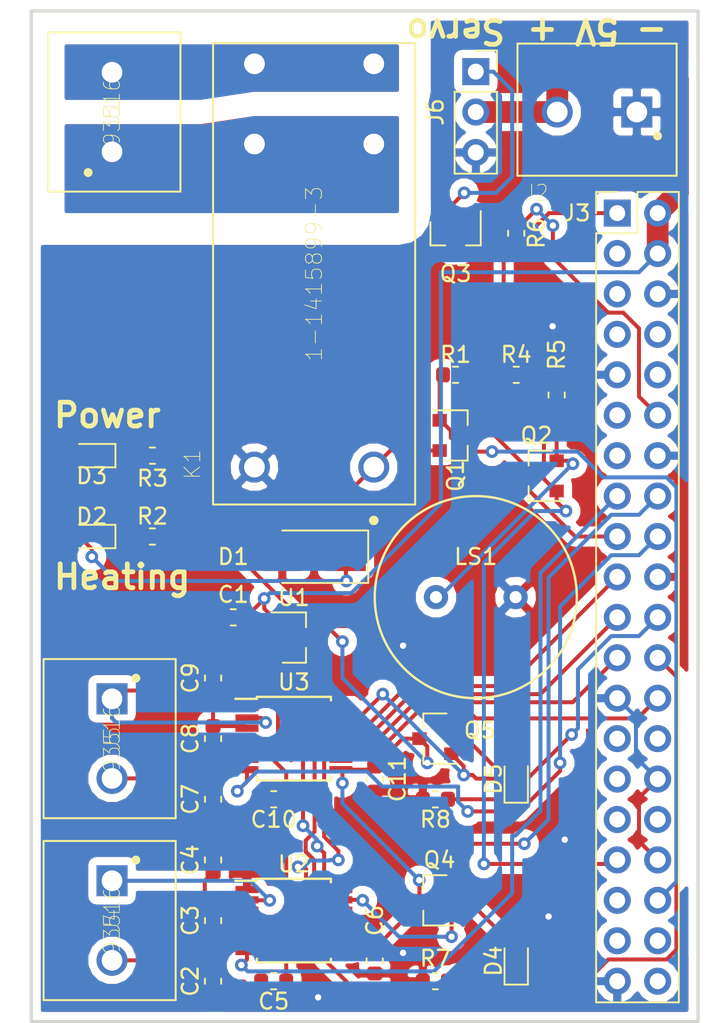
<source format=kicad_pcb>
(kicad_pcb (version 20171130) (host pcbnew 5.0.0)
  (layers (0 F.Cu signal) (31 B.Cu signal) (35 F.Paste user) (37 F.SilkS user) (39 F.Mask user) (44 Edge.Cuts user))
  (net 0 "")
  (net 1 +5V)
  (net 2 GND)
  (net 3 "Net-(C2-Pad2)")
  (net 4 "Net-(C3-Pad2)")
  (net 5 +3.3VADC)
  (net 6 +3V3)
  (net 7 "Net-(C7-Pad2)")
  (net 8 "Net-(C8-Pad2)")
  (net 9 "Net-(D1-Pad1)")
  (net 10 "Net-(D2-Pad1)")
  (net 11 "Net-(D3-Pad1)")
  (net 12 "Net-(D4-Pad2)")
  (net 13 "Net-(D4-Pad1)")
  (net 14 "Net-(D5-Pad2)")
  (net 15 "Net-(D5-Pad1)")
  (net 16 "Net-(J1-Pad1)")
  (net 17 "Net-(J1-Pad2)")
  (net 18 "Net-(J3-Pad3)")
  (net 19 "Net-(J3-Pad5)")
  (net 20 "Net-(J3-Pad7)")
  (net 21 "Net-(J3-Pad8)")
  (net 22 "Net-(J3-Pad10)")
  (net 23 "Net-(J3-Pad11)")
  (net 24 /SERVO_PWM)
  (net 25 "Net-(J3-Pad13)")
  (net 26 /THERMO1_DRDY)
  (net 27 /THERMO1_FAULT)
  (net 28 /THERMO2_DRDY)
  (net 29 /THERMO_MOSI)
  (net 30 /THERMO_MISO)
  (net 31 /THERMO2_FAULT)
  (net 32 /THERMO_SCK)
  (net 33 /THERMO1_CS)
  (net 34 /THERMO2_CS)
  (net 35 "Net-(J3-Pad27)")
  (net 36 "Net-(J3-Pad28)")
  (net 37 "Net-(J3-Pad29)")
  (net 38 "Net-(J3-Pad31)")
  (net 39 "Net-(J3-Pad32)")
  (net 40 /BUZZER)
  (net 41 "Net-(J3-Pad35)")
  (net 42 /HEAT_ENABLE)
  (net 43 "Net-(J3-Pad37)")
  (net 44 "Net-(J3-Pad38)")
  (net 45 "Net-(J3-Pad40)")
  (net 46 "Net-(J6-Pad1)")
  (net 47 "Net-(LS1-Pad1)")
  (net 48 "Net-(U2-Pad6)")
  (net 49 "Net-(U3-Pad6)")
  (module 1935161:PHOENIX_1935161 (layer F.Cu) (at 132.08 93.98 90)
    (fp_text reference J1 (at 0 0 90) (layer F.SilkS) (effects (font (size 1 0.9) (thickness 0.05))))
    (fp_text value 1935161 (at 0 0 90) (layer F.SilkS) (effects (font (size 1 0.9) (thickness 0.05))))
    (pad 1 thru_hole rect (at -2.5 0 90) (size 1.95 1.95) (drill 1.3) (layers *.Cu *.Mask) (net 16 "Net-(J1-Pad1)"))
    (pad 2 thru_hole circle (at 2.5 0 90) (size 1.95 1.95) (drill 1.3) (layers *.Cu *.Mask) (net 17 "Net-(J1-Pad2)"))
  )
  (module Capacitor_SMD:C_0603_1608Metric (layer F.Cu) (at 139.7 125.73)
    (fp_text reference C1 (at 0 -1.43) (layer F.SilkS))
    (fp_text value 0.1uF)
    (pad 2 smd roundrect (at 0.7875 0) (size 0.875 0.95) (layers F.Cu F.Paste F.Mask) (net 1 +5V))
    (pad 1 smd roundrect (at -0.7875 0) (size 0.875 0.95) (layers F.Cu F.Paste F.Mask) (net 2 GND))
  )
  (module Capacitor_SMD:C_0603_1608Metric (layer F.Cu) (at 138.43 148.59 90)
    (fp_text reference C2 (at 0 -1.43 90) (layer F.SilkS))
    (fp_text value 0.01uF)
    (pad 2 smd roundrect (at 0.7875 0 90) (size 0.875 0.95) (layers F.Cu F.Paste F.Mask) (net 3 "Net-(C2-Pad2)"))
    (pad 1 smd roundrect (at -0.7875 0 90) (size 0.875 0.95) (layers F.Cu F.Paste F.Mask) (net 2 GND))
  )
  (module Capacitor_SMD:C_0603_1608Metric (layer F.Cu) (at 138.43 144.78 90)
    (fp_text reference C3 (at 0 -1.43 90) (layer F.SilkS))
    (fp_text value 0.1uF)
    (pad 1 smd roundrect (at -0.7875 0 90) (size 0.875 0.95) (layers F.Cu F.Paste F.Mask) (net 3 "Net-(C2-Pad2)"))
    (pad 2 smd roundrect (at 0.7875 0 90) (size 0.875 0.95) (layers F.Cu F.Paste F.Mask) (net 4 "Net-(C3-Pad2)"))
  )
  (module Capacitor_SMD:C_0603_1608Metric (layer F.Cu) (at 138.43 140.97 90)
    (fp_text reference C4 (at 0 -1.43 90) (layer F.SilkS))
    (fp_text value 0.01uF)
    (pad 1 smd roundrect (at -0.7875 0 90) (size 0.875 0.95) (layers F.Cu F.Paste F.Mask) (net 4 "Net-(C3-Pad2)"))
    (pad 2 smd roundrect (at 0.7875 0 90) (size 0.875 0.95) (layers F.Cu F.Paste F.Mask) (net 2 GND))
  )
  (module Capacitor_SMD:C_0603_1608Metric (layer F.Cu) (at 142.24 148.59)
    (fp_text reference C5 (at 0 1.27) (layer F.SilkS))
    (fp_text value 0.1uF)
    (pad 1 smd roundrect (at -0.7875 0) (size 0.875 0.95) (layers F.Cu F.Paste F.Mask) (net 2 GND))
    (pad 2 smd roundrect (at 0.7875 0) (size 0.875 0.95) (layers F.Cu F.Paste F.Mask) (net 5 +3.3VADC))
  )
  (module Capacitor_SMD:C_0603_1608Metric (layer F.Cu) (at 148.59 147.32 270)
    (fp_text reference C6 (at -2.54 0 270) (layer F.SilkS))
    (fp_text value 0.1uF)
    (pad 2 smd roundrect (at 0.7875 0 270) (size 0.875 0.95) (layers F.Cu F.Paste F.Mask) (net 2 GND))
    (pad 1 smd roundrect (at -0.7875 0 270) (size 0.875 0.95) (layers F.Cu F.Paste F.Mask) (net 6 +3V3))
  )
  (module Capacitor_SMD:C_0603_1608Metric (layer F.Cu) (at 138.43 137.16 90)
    (fp_text reference C7 (at 0 -1.43 90) (layer F.SilkS))
    (fp_text value 0.01uF)
    (pad 1 smd roundrect (at -0.7875 0 90) (size 0.875 0.95) (layers F.Cu F.Paste F.Mask) (net 2 GND))
    (pad 2 smd roundrect (at 0.7875 0 90) (size 0.875 0.95) (layers F.Cu F.Paste F.Mask) (net 7 "Net-(C7-Pad2)"))
  )
  (module Capacitor_SMD:C_0603_1608Metric (layer F.Cu) (at 138.43 133.35 90)
    (fp_text reference C8 (at 0 -1.43 90) (layer F.SilkS))
    (fp_text value 0.1uF)
    (pad 2 smd roundrect (at 0.7875 0 90) (size 0.875 0.95) (layers F.Cu F.Paste F.Mask) (net 8 "Net-(C8-Pad2)"))
    (pad 1 smd roundrect (at -0.7875 0 90) (size 0.875 0.95) (layers F.Cu F.Paste F.Mask) (net 7 "Net-(C7-Pad2)"))
  )
  (module Capacitor_SMD:C_0603_1608Metric (layer F.Cu) (at 138.43 129.54 90)
    (fp_text reference C9 (at 0 -1.43 90) (layer F.SilkS))
    (fp_text value 0.01uF)
    (pad 1 smd roundrect (at -0.7875 0 90) (size 0.875 0.95) (layers F.Cu F.Paste F.Mask) (net 8 "Net-(C8-Pad2)"))
    (pad 2 smd roundrect (at 0.7875 0 90) (size 0.875 0.95) (layers F.Cu F.Paste F.Mask) (net 2 GND))
  )
  (module Capacitor_SMD:C_0603_1608Metric (layer F.Cu) (at 142.24 137.16)
    (fp_text reference C10 (at 0 1.27) (layer F.SilkS))
    (fp_text value 0.1uF)
    (pad 1 smd roundrect (at -0.7875 0) (size 0.875 0.95) (layers F.Cu F.Paste F.Mask) (net 2 GND))
    (pad 2 smd roundrect (at 0.7875 0) (size 0.875 0.95) (layers F.Cu F.Paste F.Mask) (net 5 +3.3VADC))
  )
  (module Capacitor_SMD:C_0603_1608Metric (layer F.Cu) (at 148.59 135.89 270)
    (fp_text reference C11 (at 0 -1.43 270) (layer F.SilkS))
    (fp_text value 0.1uF)
    (pad 2 smd roundrect (at 0.7875 0 270) (size 0.875 0.95) (layers F.Cu F.Paste F.Mask) (net 2 GND))
    (pad 1 smd roundrect (at -0.7875 0 270) (size 0.875 0.95) (layers F.Cu F.Paste F.Mask) (net 6 +3V3))
  )
  (module Diode_SMD:D_SMA (layer F.Cu) (at 144.78 121.92 180)
    (fp_text reference D1 (at 5.08 0 180) (layer F.SilkS))
    (fp_text value "400V 1A")
    (pad 1 smd rect (at -2 0 180) (size 2.5 1.8) (layers F.Cu F.Paste F.Mask) (net 9 "Net-(D1-Pad1)"))
    (pad 2 smd rect (at 2 0 180) (size 2.5 1.8) (layers F.Cu F.Paste F.Mask) (net 2 GND))
  )
  (module Diode_SMD:D_0603_1608Metric (layer F.Cu) (at 130.81 120.65 180)
    (fp_text reference D2 (at 0 1.27 180) (layer F.SilkS))
    (fp_text value RED)
    (pad 1 smd roundrect (at -0.7875 0 180) (size 0.875 0.95) (layers F.Cu F.Paste F.Mask) (net 10 "Net-(D2-Pad1)"))
    (pad 2 smd roundrect (at 0.7875 0 180) (size 0.875 0.95) (layers F.Cu F.Paste F.Mask) (net 9 "Net-(D1-Pad1)"))
  )
  (module Diode_SMD:D_0603_1608Metric (layer F.Cu) (at 130.81 115.57 180)
    (fp_text reference D3 (at 0 -1.27 180) (layer F.SilkS))
    (fp_text value GREEN)
    (pad 1 smd roundrect (at -0.7875 0 180) (size 0.875 0.95) (layers F.Cu F.Paste F.Mask) (net 11 "Net-(D3-Pad1)"))
    (pad 2 smd roundrect (at 0.7875 0 180) (size 0.875 0.95) (layers F.Cu F.Paste F.Mask) (net 6 +3V3))
  )
  (module Diode_SMD:D_0603_1608Metric (layer F.Cu) (at 157.48 147.32 90)
    (fp_text reference D4 (at 0 -1.43 90) (layer F.SilkS))
    (fp_text value RED)
    (pad 2 smd roundrect (at 0.7875 0 90) (size 0.875 0.95) (layers F.Cu F.Paste F.Mask) (net 12 "Net-(D4-Pad2)"))
    (pad 1 smd roundrect (at -0.7875 0 90) (size 0.875 0.95) (layers F.Cu F.Paste F.Mask) (net 13 "Net-(D4-Pad1)"))
  )
  (module Diode_SMD:D_0603_1608Metric (layer F.Cu) (at 157.48 135.89 90)
    (fp_text reference D5 (at 0 -1.43 90) (layer F.SilkS))
    (fp_text value RED)
    (pad 2 smd roundrect (at 0.7875 0 90) (size 0.875 0.95) (layers F.Cu F.Paste F.Mask) (net 14 "Net-(D5-Pad2)"))
    (pad 1 smd roundrect (at -0.7875 0 90) (size 0.875 0.95) (layers F.Cu F.Paste F.Mask) (net 15 "Net-(D5-Pad1)"))
  )
  (module 1935161:PHOENIX_1935161 (layer F.Cu) (at 162.56 93.98 180)
    (fp_text reference J2 (at 3.81 -5.08 180) (layer F.SilkS) (effects (font (size 1 0.9) (thickness 0.05))))
    (fp_text value 1935161 hide)
    (pad 1 thru_hole rect (at -2.5 0 180) (size 1.95 1.95) (drill 1.3) (layers *.Cu *.Mask) (net 2 GND))
    (pad 2 thru_hole circle (at 2.5 0 180) (size 1.95 1.95) (drill 1.3) (layers *.Cu *.Mask) (net 1 +5V))
  )
  (module Connector_PinHeader_2.54mm:PinHeader_2x20_P2.54mm_Vertical (layer F.Cu) (at 163.83 100.33)
    (fp_text reference J3 (at -2.54 0) (layer F.SilkS))
    (fp_text value Raspberry_Pi_2_3)
    (pad 1 thru_hole rect (at 0 0) (size 1.7 1.7) (drill 1) (layers *.Cu *.Mask) (net 6 +3V3))
    (pad 2 thru_hole oval (at 2.54 0) (size 1.7 1.7) (drill 1) (layers *.Cu *.Mask) (net 1 +5V))
    (pad 3 thru_hole oval (at 0 2.54) (size 1.7 1.7) (drill 1) (layers *.Cu *.Mask) (net 18 "Net-(J3-Pad3)"))
    (pad 4 thru_hole oval (at 2.54 2.54) (size 1.7 1.7) (drill 1) (layers *.Cu *.Mask) (net 1 +5V))
    (pad 5 thru_hole oval (at 0 5.08) (size 1.7 1.7) (drill 1) (layers *.Cu *.Mask) (net 19 "Net-(J3-Pad5)"))
    (pad 6 thru_hole oval (at 2.54 5.08) (size 1.7 1.7) (drill 1) (layers *.Cu *.Mask) (net 2 GND))
    (pad 7 thru_hole oval (at 0 7.62) (size 1.7 1.7) (drill 1) (layers *.Cu *.Mask) (net 20 "Net-(J3-Pad7)"))
    (pad 8 thru_hole oval (at 2.54 7.62) (size 1.7 1.7) (drill 1) (layers *.Cu *.Mask) (net 21 "Net-(J3-Pad8)"))
    (pad 9 thru_hole oval (at 0 10.16) (size 1.7 1.7) (drill 1) (layers *.Cu *.Mask) (net 2 GND))
    (pad 10 thru_hole oval (at 2.54 10.16) (size 1.7 1.7) (drill 1) (layers *.Cu *.Mask) (net 22 "Net-(J3-Pad10)"))
    (pad 11 thru_hole oval (at 0 12.7) (size 1.7 1.7) (drill 1) (layers *.Cu *.Mask) (net 23 "Net-(J3-Pad11)"))
    (pad 12 thru_hole oval (at 2.54 12.7) (size 1.7 1.7) (drill 1) (layers *.Cu *.Mask) (net 24 /SERVO_PWM))
    (pad 13 thru_hole oval (at 0 15.24) (size 1.7 1.7) (drill 1) (layers *.Cu *.Mask) (net 25 "Net-(J3-Pad13)"))
    (pad 14 thru_hole oval (at 2.54 15.24) (size 1.7 1.7) (drill 1) (layers *.Cu *.Mask) (net 2 GND))
    (pad 15 thru_hole oval (at 0 17.78) (size 1.7 1.7) (drill 1) (layers *.Cu *.Mask) (net 26 /THERMO1_DRDY))
    (pad 16 thru_hole oval (at 2.54 17.78) (size 1.7 1.7) (drill 1) (layers *.Cu *.Mask) (net 27 /THERMO1_FAULT))
    (pad 17 thru_hole oval (at 0 20.32) (size 1.7 1.7) (drill 1) (layers *.Cu *.Mask) (net 6 +3V3))
    (pad 18 thru_hole oval (at 2.54 20.32) (size 1.7 1.7) (drill 1) (layers *.Cu *.Mask) (net 28 /THERMO2_DRDY))
    (pad 19 thru_hole oval (at 0 22.86) (size 1.7 1.7) (drill 1) (layers *.Cu *.Mask) (net 29 /THERMO_MOSI))
    (pad 20 thru_hole oval (at 2.54 22.86) (size 1.7 1.7) (drill 1) (layers *.Cu *.Mask) (net 2 GND))
    (pad 21 thru_hole oval (at 0 25.4) (size 1.7 1.7) (drill 1) (layers *.Cu *.Mask) (net 30 /THERMO_MISO))
    (pad 22 thru_hole oval (at 2.54 25.4) (size 1.7 1.7) (drill 1) (layers *.Cu *.Mask) (net 31 /THERMO2_FAULT))
    (pad 23 thru_hole oval (at 0 27.94) (size 1.7 1.7) (drill 1) (layers *.Cu *.Mask) (net 32 /THERMO_SCK))
    (pad 24 thru_hole oval (at 2.54 27.94) (size 1.7 1.7) (drill 1) (layers *.Cu *.Mask) (net 33 /THERMO1_CS))
    (pad 25 thru_hole oval (at 0 30.48) (size 1.7 1.7) (drill 1) (layers *.Cu *.Mask) (net 2 GND))
    (pad 26 thru_hole oval (at 2.54 30.48) (size 1.7 1.7) (drill 1) (layers *.Cu *.Mask) (net 34 /THERMO2_CS))
    (pad 27 thru_hole oval (at 0 33.02) (size 1.7 1.7) (drill 1) (layers *.Cu *.Mask) (net 35 "Net-(J3-Pad27)"))
    (pad 28 thru_hole oval (at 2.54 33.02) (size 1.7 1.7) (drill 1) (layers *.Cu *.Mask) (net 36 "Net-(J3-Pad28)"))
    (pad 29 thru_hole oval (at 0 35.56) (size 1.7 1.7) (drill 1) (layers *.Cu *.Mask) (net 37 "Net-(J3-Pad29)"))
    (pad 30 thru_hole oval (at 2.54 35.56) (size 1.7 1.7) (drill 1) (layers *.Cu *.Mask) (net 2 GND))
    (pad 31 thru_hole oval (at 0 38.1) (size 1.7 1.7) (drill 1) (layers *.Cu *.Mask) (net 38 "Net-(J3-Pad31)"))
    (pad 32 thru_hole oval (at 2.54 38.1) (size 1.7 1.7) (drill 1) (layers *.Cu *.Mask) (net 39 "Net-(J3-Pad32)"))
    (pad 33 thru_hole oval (at 0 40.64) (size 1.7 1.7) (drill 1) (layers *.Cu *.Mask) (net 40 /BUZZER))
    (pad 34 thru_hole oval (at 2.54 40.64) (size 1.7 1.7) (drill 1) (layers *.Cu *.Mask) (net 2 GND))
    (pad 35 thru_hole oval (at 0 43.18) (size 1.7 1.7) (drill 1) (layers *.Cu *.Mask) (net 41 "Net-(J3-Pad35)"))
    (pad 36 thru_hole oval (at 2.54 43.18) (size 1.7 1.7) (drill 1) (layers *.Cu *.Mask) (net 42 /HEAT_ENABLE))
    (pad 37 thru_hole oval (at 0 45.72) (size 1.7 1.7) (drill 1) (layers *.Cu *.Mask) (net 43 "Net-(J3-Pad37)"))
    (pad 38 thru_hole oval (at 2.54 45.72) (size 1.7 1.7) (drill 1) (layers *.Cu *.Mask) (net 44 "Net-(J3-Pad38)"))
    (pad 39 thru_hole oval (at 0 48.26) (size 1.7 1.7) (drill 1) (layers *.Cu *.Mask) (net 2 GND))
    (pad 40 thru_hole oval (at 2.54 48.26) (size 1.7 1.7) (drill 1) (layers *.Cu *.Mask) (net 45 "Net-(J3-Pad40)"))
  )
  (module 1935161:PHOENIX_1935161 (layer F.Cu) (at 132.08 144.78 270)
    (fp_text reference J4 (at 0 0 270) (layer F.SilkS) (effects (font (size 1 0.9) (thickness 0.05))))
    (fp_text value 1935161 (at 0 0 270) (layer F.SilkS) (effects (font (size 1 0.9) (thickness 0.05))))
    (pad 2 thru_hole circle (at 2.5 0 270) (size 1.95 1.95) (drill 1.3) (layers *.Cu *.Mask) (net 3 "Net-(C2-Pad2)"))
    (pad 1 thru_hole rect (at -2.5 0 270) (size 1.95 1.95) (drill 1.3) (layers *.Cu *.Mask) (net 4 "Net-(C3-Pad2)"))
  )
  (module 1935161:PHOENIX_1935161 (layer F.Cu) (at 132.08 133.35 270)
    (fp_text reference J5 (at 0 0 270) (layer F.SilkS) (effects (font (size 1 0.9) (thickness 0.05))))
    (fp_text value 1935161 (at 0 0 270) (layer F.SilkS) (effects (font (size 1 0.9) (thickness 0.05))))
    (pad 2 thru_hole circle (at 2.5 0 270) (size 1.95 1.95) (drill 1.3) (layers *.Cu *.Mask) (net 7 "Net-(C7-Pad2)"))
    (pad 1 thru_hole rect (at -2.5 0 270) (size 1.95 1.95) (drill 1.3) (layers *.Cu *.Mask) (net 8 "Net-(C8-Pad2)"))
  )
  (module Connector_PinSocket_2.54mm:PinSocket_1x03_P2.54mm_Vertical (layer F.Cu) (at 154.94 91.44)
    (fp_text reference J6 (at -2.54 2.54 90) (layer F.SilkS))
    (fp_text value Conn_01x03)
    (pad 1 thru_hole rect (at 0 0) (size 1.7 1.7) (drill 1) (layers *.Cu *.Mask) (net 46 "Net-(J6-Pad1)"))
    (pad 2 thru_hole oval (at 0 2.54) (size 1.7 1.7) (drill 1) (layers *.Cu *.Mask) (net 1 +5V))
    (pad 3 thru_hole oval (at 0 5.08) (size 1.7 1.7) (drill 1) (layers *.Cu *.Mask) (net 2 GND))
  )
  (module 1-1415899-3:RELAY_1-1415899-3 (layer F.Cu) (at 144.78 104.14 90)
    (fp_text reference K1 (at -11.979 -7.64713 90) (layer F.SilkS) (effects (font (size 1.00159 1.00159) (thickness 0.05))))
    (fp_text value 1-1415899-3 (at 0 0 90) (layer F.SilkS) (effects (font (size 1.00198 1.00198) (thickness 0.05))))
    (pad A2 thru_hole circle (at -12.15 -3.75 90) (size 1.95 1.95) (drill 1.3) (layers *.Cu *.Mask) (net 2 GND))
    (pad A1 thru_hole circle (at -12.15 3.75 90) (size 1.95 1.95) (drill 1.3) (layers *.Cu *.Mask) (net 9 "Net-(D1-Pad1)"))
    (pad 14_2 thru_hole circle (at 13.19 -3.75 90) (size 1.95 1.95) (drill 1.3) (layers *.Cu *.Mask) (net 17 "Net-(J1-Pad2)"))
    (pad 11_1 thru_hole circle (at 8.15 3.75 90) (size 1.95 1.95) (drill 1.3) (layers *.Cu *.Mask) (net 16 "Net-(J1-Pad1)"))
    (pad 11_2 thru_hole circle (at 8.15 -3.75 90) (size 1.95 1.95) (drill 1.3) (layers *.Cu *.Mask) (net 16 "Net-(J1-Pad1)"))
    (pad 14_1 thru_hole circle (at 13.19 3.75 90) (size 1.95 1.95) (drill 1.3) (layers *.Cu *.Mask) (net 17 "Net-(J1-Pad2)"))
  )
  (module PS12:PS12 (layer F.Cu) (at 154.94 124.46)
    (fp_text reference LS1 (at 0 -2.54) (layer F.SilkS))
    (fp_text value Speaker)
    (pad 1 thru_hole circle (at -2.5 0) (size 1.524 1.524) (drill 0.762) (layers *.Cu *.Mask) (net 47 "Net-(LS1-Pad1)"))
    (pad 2 thru_hole circle (at 2.5 0) (size 1.524 1.524) (drill 0.762) (layers *.Cu *.Mask) (net 2 GND))
  )
  (module Package_TO_SOT_SMD:SOT-23 (layer F.Cu) (at 153.67 114.3)
    (fp_text reference Q1 (at 0 2.54 90) (layer F.SilkS))
    (fp_text value Q_PMOS_GSD)
    (pad 3 smd rect (at 1 0) (size 0.9 0.8) (layers F.Cu F.Paste F.Mask) (net 6 +3V3))
    (pad 2 smd rect (at -1 0.95) (size 0.9 0.8) (layers F.Cu F.Paste F.Mask) (net 9 "Net-(D1-Pad1)"))
    (pad 1 smd rect (at -1 -0.95) (size 0.9 0.8) (layers F.Cu F.Paste F.Mask) (net 42 /HEAT_ENABLE))
  )
  (module Package_TO_SOT_SMD:SOT-23 (layer F.Cu) (at 159.02 116.84 180)
    (fp_text reference Q2 (at 0.27 2.54 180) (layer F.SilkS))
    (fp_text value Q_PMOS_GSD)
    (pad 1 smd rect (at -1 -0.95 180) (size 0.9 0.8) (layers F.Cu F.Paste F.Mask) (net 40 /BUZZER))
    (pad 2 smd rect (at -1 0.95 180) (size 0.9 0.8) (layers F.Cu F.Paste F.Mask) (net 47 "Net-(LS1-Pad1)"))
    (pad 3 smd rect (at 1 0 180) (size 0.9 0.8) (layers F.Cu F.Paste F.Mask) (net 6 +3V3))
  )
  (module Package_TO_SOT_SMD:SOT-23 (layer F.Cu) (at 153.67 101.6 270)
    (fp_text reference Q3 (at 2.54 0) (layer F.SilkS))
    (fp_text value Q_PMOS_GSD)
    (pad 1 smd rect (at -1 -0.95 270) (size 0.9 0.8) (layers F.Cu F.Paste F.Mask) (net 24 /SERVO_PWM))
    (pad 2 smd rect (at -1 0.95 270) (size 0.9 0.8) (layers F.Cu F.Paste F.Mask) (net 46 "Net-(J6-Pad1)"))
    (pad 3 smd rect (at 1 0 270) (size 0.9 0.8) (layers F.Cu F.Paste F.Mask) (net 6 +3V3))
  )
  (module Package_TO_SOT_SMD:SOT-23 (layer F.Cu) (at 152.4 143.51 180)
    (fp_text reference Q4 (at -0.254 2.54 180) (layer F.SilkS))
    (fp_text value Q_PMOS_GSD)
    (pad 3 smd rect (at 1 0 180) (size 0.9 0.8) (layers F.Cu F.Paste F.Mask) (net 6 +3V3))
    (pad 2 smd rect (at -1 0.95 180) (size 0.9 0.8) (layers F.Cu F.Paste F.Mask) (net 12 "Net-(D4-Pad2)"))
    (pad 1 smd rect (at -1 -0.95 180) (size 0.9 0.8) (layers F.Cu F.Paste F.Mask) (net 27 /THERMO1_FAULT))
  )
  (module Package_TO_SOT_SMD:SOT-23 (layer F.Cu) (at 152.4 133.35 180)
    (fp_text reference Q5 (at -2.794 0.508 180) (layer F.SilkS))
    (fp_text value Q_PMOS_GSD)
    (pad 1 smd rect (at -1 -0.95 180) (size 0.9 0.8) (layers F.Cu F.Paste F.Mask) (net 31 /THERMO2_FAULT))
    (pad 2 smd rect (at -1 0.95 180) (size 0.9 0.8) (layers F.Cu F.Paste F.Mask) (net 14 "Net-(D5-Pad2)"))
    (pad 3 smd rect (at 1 0 180) (size 0.9 0.8) (layers F.Cu F.Paste F.Mask) (net 6 +3V3))
  )
  (module Resistor_SMD:R_0603_1608Metric (layer F.Cu) (at 153.67 110.49 180)
    (fp_text reference R1 (at 0 1.27 180) (layer F.SilkS))
    (fp_text value 10K)
    (pad 1 smd roundrect (at -0.7875 0 180) (size 0.875 0.95) (layers F.Cu F.Paste F.Mask) (net 6 +3V3))
    (pad 2 smd roundrect (at 0.7875 0 180) (size 0.875 0.95) (layers F.Cu F.Paste F.Mask) (net 42 /HEAT_ENABLE))
  )
  (module Resistor_SMD:R_0603_1608Metric (layer F.Cu) (at 134.62 120.65 180)
    (fp_text reference R2 (at 0 1.27 180) (layer F.SilkS))
    (fp_text value 470)
    (pad 1 smd roundrect (at -0.7875 0 180) (size 0.875 0.95) (layers F.Cu F.Paste F.Mask) (net 2 GND))
    (pad 2 smd roundrect (at 0.7875 0 180) (size 0.875 0.95) (layers F.Cu F.Paste F.Mask) (net 10 "Net-(D2-Pad1)"))
  )
  (module Resistor_SMD:R_0603_1608Metric (layer F.Cu) (at 134.62 115.57 180)
    (fp_text reference R3 (at 0 -1.43 180) (layer F.SilkS))
    (fp_text value 260)
    (pad 2 smd roundrect (at 0.7875 0 180) (size 0.875 0.95) (layers F.Cu F.Paste F.Mask) (net 11 "Net-(D3-Pad1)"))
    (pad 1 smd roundrect (at -0.7875 0 180) (size 0.875 0.95) (layers F.Cu F.Paste F.Mask) (net 2 GND))
  )
  (module Resistor_SMD:R_0603_1608Metric (layer F.Cu) (at 157.48 110.49)
    (fp_text reference R4 (at 0 -1.27) (layer F.SilkS))
    (fp_text value 10K)
    (pad 2 smd roundrect (at 0.7875 0) (size 0.875 0.95) (layers F.Cu F.Paste F.Mask) (net 40 /BUZZER))
    (pad 1 smd roundrect (at -0.7875 0) (size 0.875 0.95) (layers F.Cu F.Paste F.Mask) (net 6 +3V3))
  )
  (module Resistor_SMD:R_0603_1608Metric (layer F.Cu) (at 160.02 111.76 90)
    (fp_text reference R5 (at 2.54 0 90) (layer F.SilkS))
    (fp_text value 1K)
    (pad 1 smd roundrect (at -0.7875 0 90) (size 0.875 0.95) (layers F.Cu F.Paste F.Mask) (net 47 "Net-(LS1-Pad1)"))
    (pad 2 smd roundrect (at 0.7875 0 90) (size 0.875 0.95) (layers F.Cu F.Paste F.Mask) (net 2 GND))
  )
  (module Resistor_SMD:R_0603_1608Metric (layer F.Cu) (at 157.48 101.6 90)
    (fp_text reference R6 (at 0 1.27 90) (layer F.SilkS))
    (fp_text value 10K)
    (pad 2 smd roundrect (at 0.7875 0 90) (size 0.875 0.95) (layers F.Cu F.Paste F.Mask) (net 24 /SERVO_PWM))
    (pad 1 smd roundrect (at -0.7875 0 90) (size 0.875 0.95) (layers F.Cu F.Paste F.Mask) (net 6 +3V3))
  )
  (module Resistor_SMD:R_0603_1608Metric (layer F.Cu) (at 152.4 148.59)
    (fp_text reference R7 (at 0 -1.43) (layer F.SilkS))
    (fp_text value 470)
    (pad 2 smd roundrect (at 0.7875 0) (size 0.875 0.95) (layers F.Cu F.Paste F.Mask) (net 13 "Net-(D4-Pad1)"))
    (pad 1 smd roundrect (at -0.7875 0) (size 0.875 0.95) (layers F.Cu F.Paste F.Mask) (net 2 GND))
  )
  (module Resistor_SMD:R_0603_1608Metric (layer F.Cu) (at 152.4 137.16)
    (fp_text reference R8 (at 0 1.27) (layer F.SilkS))
    (fp_text value 470)
    (pad 1 smd roundrect (at -0.7875 0) (size 0.875 0.95) (layers F.Cu F.Paste F.Mask) (net 2 GND))
    (pad 2 smd roundrect (at 0.7875 0) (size 0.875 0.95) (layers F.Cu F.Paste F.Mask) (net 15 "Net-(D5-Pad1)"))
  )
  (module Package_TO_SOT_SMD:SOT-23 (layer F.Cu) (at 143.51 127)
    (fp_text reference U1 (at 0 -2.5) (layer F.SilkS))
    (fp_text value "3.3V Ref")
    (pad 3 smd rect (at 1 0) (size 0.9 0.8) (layers F.Cu F.Paste F.Mask) (net 2 GND))
    (pad 2 smd rect (at -1 0.95) (size 0.9 0.8) (layers F.Cu F.Paste F.Mask) (net 5 +3.3VADC))
    (pad 1 smd rect (at -1 -0.95) (size 0.9 0.8) (layers F.Cu F.Paste F.Mask) (net 1 +5V))
  )
  (module Package_SO:TSSOP-14_4.4x5mm_P0.65mm (layer F.Cu) (at 143.51 144.78)
    (fp_text reference U2 (at 0 -3.55) (layer F.SilkS))
    (fp_text value MAX31856)
    (pad 1 smd rect (at -2.95 -1.95) (size 1.45 0.45) (layers F.Cu F.Paste F.Mask) (net 2 GND))
    (pad 2 smd rect (at -2.95 -1.3) (size 1.45 0.45) (layers F.Cu F.Paste F.Mask) (net 4 "Net-(C3-Pad2)"))
    (pad 3 smd rect (at -2.95 -0.65) (size 1.45 0.45) (layers F.Cu F.Paste F.Mask) (net 4 "Net-(C3-Pad2)"))
    (pad 4 smd rect (at -2.95 0) (size 1.45 0.45) (layers F.Cu F.Paste F.Mask) (net 3 "Net-(C2-Pad2)"))
    (pad 5 smd rect (at -2.95 0.65) (size 1.45 0.45) (layers F.Cu F.Paste F.Mask) (net 5 +3.3VADC))
    (pad 6 smd rect (at -2.95 1.3) (size 1.45 0.45) (layers F.Cu F.Paste F.Mask) (net 48 "Net-(U2-Pad6)"))
    (pad 7 smd rect (at -2.95 1.95) (size 1.45 0.45) (layers F.Cu F.Paste F.Mask) (net 26 /THERMO1_DRDY))
    (pad 8 smd rect (at 2.95 1.95) (size 1.45 0.45) (layers F.Cu F.Paste F.Mask) (net 6 +3V3))
    (pad 9 smd rect (at 2.95 1.3) (size 1.45 0.45) (layers F.Cu F.Paste F.Mask) (net 33 /THERMO1_CS))
    (pad 10 smd rect (at 2.95 0.65) (size 1.45 0.45) (layers F.Cu F.Paste F.Mask) (net 32 /THERMO_SCK))
    (pad 11 smd rect (at 2.95 0) (size 1.45 0.45) (layers F.Cu F.Paste F.Mask) (net 30 /THERMO_MISO))
    (pad 12 smd rect (at 2.95 -0.65) (size 1.45 0.45) (layers F.Cu F.Paste F.Mask) (net 29 /THERMO_MOSI))
    (pad 13 smd rect (at 2.95 -1.3) (size 1.45 0.45) (layers F.Cu F.Paste F.Mask) (net 27 /THERMO1_FAULT))
    (pad 14 smd rect (at 2.95 -1.95) (size 1.45 0.45) (layers F.Cu F.Paste F.Mask) (net 2 GND))
  )
  (module Package_SO:TSSOP-14_4.4x5mm_P0.65mm (layer F.Cu) (at 143.51 133.35)
    (fp_text reference U3 (at 0 -3.55) (layer F.SilkS))
    (fp_text value MAX31856)
    (pad 14 smd rect (at 2.95 -1.95) (size 1.45 0.45) (layers F.Cu F.Paste F.Mask) (net 2 GND))
    (pad 13 smd rect (at 2.95 -1.3) (size 1.45 0.45) (layers F.Cu F.Paste F.Mask) (net 31 /THERMO2_FAULT))
    (pad 12 smd rect (at 2.95 -0.65) (size 1.45 0.45) (layers F.Cu F.Paste F.Mask) (net 29 /THERMO_MOSI))
    (pad 11 smd rect (at 2.95 0) (size 1.45 0.45) (layers F.Cu F.Paste F.Mask) (net 30 /THERMO_MISO))
    (pad 10 smd rect (at 2.95 0.65) (size 1.45 0.45) (layers F.Cu F.Paste F.Mask) (net 32 /THERMO_SCK))
    (pad 9 smd rect (at 2.95 1.3) (size 1.45 0.45) (layers F.Cu F.Paste F.Mask) (net 34 /THERMO2_CS))
    (pad 8 smd rect (at 2.95 1.95) (size 1.45 0.45) (layers F.Cu F.Paste F.Mask) (net 6 +3V3))
    (pad 7 smd rect (at -2.95 1.95) (size 1.45 0.45) (layers F.Cu F.Paste F.Mask) (net 28 /THERMO2_DRDY))
    (pad 6 smd rect (at -2.95 1.3) (size 1.45 0.45) (layers F.Cu F.Paste F.Mask) (net 49 "Net-(U3-Pad6)"))
    (pad 5 smd rect (at -2.95 0.65) (size 1.45 0.45) (layers F.Cu F.Paste F.Mask) (net 5 +3.3VADC))
    (pad 4 smd rect (at -2.95 0) (size 1.45 0.45) (layers F.Cu F.Paste F.Mask) (net 7 "Net-(C7-Pad2)"))
    (pad 3 smd rect (at -2.95 -0.65) (size 1.45 0.45) (layers F.Cu F.Paste F.Mask) (net 8 "Net-(C8-Pad2)"))
    (pad 2 smd rect (at -2.95 -1.3) (size 1.45 0.45) (layers F.Cu F.Paste F.Mask) (net 8 "Net-(C8-Pad2)"))
    (pad 1 smd rect (at -2.95 -1.95) (size 1.45 0.45) (layers F.Cu F.Paste F.Mask) (net 2 GND))
  )
  (gr_text Heating (at 128.27 123.19) (layer F.SilkS) (effects (font (size 1.5 1.5) (thickness 0.3)) (justify left)))
  (gr_text Power (at 128.27 113.03) (layer F.SilkS) (effects (font (size 1.5 1.5) (thickness 0.3)) (justify left)))
  (gr_text "- 5V +" (at 162.56 88.9 180) (layer F.SilkS) (effects (font (size 1.5 1.5) (thickness 0.3))))
  (gr_text Servo (at 153.67 88.9 180) (layer F.SilkS) (effects (font (size 1.5 1.5) (thickness 0.3))))
  (gr_line (start 127 151.13) (end 127 87.63) (layer Edge.Cuts) (width 0.2))
  (gr_line (start 168.91 151.13) (end 127 151.13) (layer Edge.Cuts) (width 0.2))
  (gr_line (start 168.91 87.63) (end 168.91 151.13) (layer Edge.Cuts) (width 0.2))
  (gr_line (start 127 87.63) (end 168.91 87.63) (layer Edge.Cuts) (width 0.2))
  (segment (start 154.94 93.98) (end 160.06 93.98) (width 1.37) (layer F.Cu) (net 1))
  (segment (start 160.06 93.98) (end 160.06 91.734) (width 1.37) (layer F.Cu) (net 1))
  (segment (start 160.06 91.734) (end 161.116 90.678) (width 1.37) (layer F.Cu) (net 1))
  (segment (start 161.116 90.678) (end 166.37 90.678) (width 1.37) (layer F.Cu) (net 1))
  (segment (start 166.37 90.678) (end 167.64 91.948) (width 1.37) (layer F.Cu) (net 1))
  (segment (start 167.64 99.06) (end 166.37 100.33) (width 1.37) (layer F.Cu) (net 1))
  (segment (start 167.64 91.948) (end 167.64 99.06) (width 1.37) (layer F.Cu) (net 1))
  (segment (start 166.37 100.33) (end 166.37 102.87) (width 1.37) (layer F.Cu) (net 1))
  (segment (start 165.194999 104.045001) (end 152.748999 104.045001) (width 0.25) (layer B.Cu) (net 1))
  (segment (start 166.37 102.87) (end 165.194999 104.045001) (width 0.25) (layer B.Cu) (net 1))
  (segment (start 152.748999 118.580003) (end 147.123002 124.206) (width 0.25) (layer B.Cu) (net 1))
  (segment (start 152.748999 104.045001) (end 152.748999 118.580003) (width 0.25) (layer B.Cu) (net 1))
  (via (at 141.645846 124.546154) (size 0.8) (drill 0.4) (layers F.Cu B.Cu) (net 1))
  (segment (start 147.123002 124.206) (end 141.986 124.206) (width 0.25) (layer B.Cu) (net 1))
  (segment (start 141.986 124.206) (end 141.645846 124.546154) (width 0.25) (layer B.Cu) (net 1))
  (segment (start 141.645846 124.571654) (end 140.4875 125.73) (width 0.25) (layer F.Cu) (net 1))
  (segment (start 141.645846 124.546154) (end 141.645846 124.571654) (width 0.25) (layer F.Cu) (net 1))
  (segment (start 141.645846 125.185846) (end 142.51 126.05) (width 0.25) (layer F.Cu) (net 1))
  (segment (start 141.645846 124.546154) (end 141.645846 125.185846) (width 0.25) (layer F.Cu) (net 1))
  (segment (start 165.520001 135.040001) (end 166.37 135.89) (width 0.25) (layer B.Cu) (net 2))
  (segment (start 165.005001 134.525001) (end 165.520001 135.040001) (width 0.25) (layer B.Cu) (net 2))
  (segment (start 165.005001 131.985001) (end 165.005001 134.525001) (width 0.25) (layer B.Cu) (net 2))
  (segment (start 163.83 130.81) (end 165.005001 131.985001) (width 0.25) (layer B.Cu) (net 2))
  (segment (start 165.194999 139.794999) (end 165.520001 140.120001) (width 0.25) (layer F.Cu) (net 2))
  (segment (start 165.520001 140.120001) (end 166.37 140.97) (width 0.25) (layer F.Cu) (net 2))
  (segment (start 165.194999 137.065001) (end 165.194999 139.794999) (width 0.25) (layer F.Cu) (net 2))
  (segment (start 166.37 135.89) (end 165.194999 137.065001) (width 0.25) (layer F.Cu) (net 2))
  (via (at 160.528 139.7) (size 0.8) (drill 0.4) (layers F.Cu B.Cu) (net 2))
  (via (at 159.512 144.526) (size 0.8) (drill 0.4) (layers F.Cu B.Cu) (net 2))
  (via (at 145.034 149.606) (size 0.8) (drill 0.4) (layers F.Cu B.Cu) (net 2))
  (via (at 150.368 146.812) (size 0.8) (drill 0.4) (layers F.Cu B.Cu) (net 2))
  (segment (start 146.46 142.355) (end 147.083 141.732) (width 0.25) (layer F.Cu) (net 2))
  (segment (start 146.46 142.83) (end 146.46 142.355) (width 0.25) (layer F.Cu) (net 2))
  (segment (start 147.083 141.732) (end 147.32 141.732) (width 0.25) (layer F.Cu) (net 2))
  (segment (start 147.32 141.732) (end 148.082 141.732) (width 0.25) (layer F.Cu) (net 2))
  (via (at 150.368 127.508) (size 0.8) (drill 0.4) (layers F.Cu B.Cu) (net 2))
  (via (at 159.766 107.442) (size 0.8) (drill 0.4) (layers F.Cu B.Cu) (net 2))
  (segment (start 138.43 147.8025) (end 138.43 145.5675) (width 0.25) (layer F.Cu) (net 3))
  (segment (start 139.2175 144.78) (end 140.56 144.78) (width 0.25) (layer F.Cu) (net 3))
  (segment (start 138.43 145.5675) (end 139.2175 144.78) (width 0.25) (layer F.Cu) (net 3))
  (segment (start 137.9075 147.28) (end 138.43 147.8025) (width 0.25) (layer F.Cu) (net 3))
  (segment (start 132.08 147.28) (end 137.9075 147.28) (width 0.25) (layer F.Cu) (net 3))
  (segment (start 137.9075 142.28) (end 138.43 141.7575) (width 0.25) (layer F.Cu) (net 4))
  (segment (start 132.08 142.28) (end 137.9075 142.28) (width 0.25) (layer F.Cu) (net 4))
  (segment (start 137.9075 143.47) (end 138.43 143.9925) (width 0.25) (layer F.Cu) (net 4))
  (segment (start 137.9075 142.28) (end 137.9075 143.47) (width 0.25) (layer F.Cu) (net 4))
  (segment (start 141 143.48) (end 141.03 143.51) (width 0.25) (layer F.Cu) (net 4))
  (segment (start 140.56 143.48) (end 141 143.48) (width 0.25) (layer F.Cu) (net 4))
  (via (at 141.986 143.51) (size 0.8) (drill 0.4) (layers F.Cu B.Cu) (net 4))
  (segment (start 141.03 143.51) (end 141.986 143.51) (width 0.25) (layer F.Cu) (net 4))
  (segment (start 140.756 142.28) (end 132.08 142.28) (width 0.25) (layer B.Cu) (net 4))
  (segment (start 141.986 143.51) (end 140.756 142.28) (width 0.25) (layer B.Cu) (net 4))
  (segment (start 138.43 143.9925) (end 139.005 143.9925) (width 0.25) (layer F.Cu) (net 4))
  (segment (start 139.1425 144.13) (end 140.56 144.13) (width 0.25) (layer F.Cu) (net 4))
  (segment (start 139.005 143.9925) (end 139.1425 144.13) (width 0.25) (layer F.Cu) (net 4))
  (segment (start 141.535 145.43) (end 140.56 145.43) (width 0.25) (layer F.Cu) (net 5))
  (segment (start 143.0275 146.9225) (end 141.535 145.43) (width 0.25) (layer F.Cu) (net 5))
  (segment (start 143.0275 148.59) (end 143.0275 146.9225) (width 0.25) (layer F.Cu) (net 5))
  (segment (start 143.0275 143.9375) (end 143.0275 137.16) (width 0.25) (layer F.Cu) (net 5))
  (segment (start 141.535 145.43) (end 143.0275 143.9375) (width 0.25) (layer F.Cu) (net 5))
  (segment (start 143.0275 135.4925) (end 141.535 134) (width 0.25) (layer F.Cu) (net 5))
  (segment (start 141.535 134) (end 140.56 134) (width 0.25) (layer F.Cu) (net 5))
  (segment (start 143.0275 137.16) (end 143.0275 135.4925) (width 0.25) (layer F.Cu) (net 5))
  (segment (start 142.51 133.025) (end 142.51 127.95) (width 0.25) (layer F.Cu) (net 5))
  (segment (start 141.535 134) (end 142.51 133.025) (width 0.25) (layer F.Cu) (net 5))
  (segment (start 157.2675 102.6) (end 157.48 102.3875) (width 0.25) (layer F.Cu) (net 6))
  (segment (start 153.67 102.6) (end 157.2675 102.6) (width 0.25) (layer F.Cu) (net 6))
  (segment (start 154.4575 110.49) (end 156.6925 110.49) (width 0.25) (layer F.Cu) (net 6))
  (segment (start 158.02 116.19) (end 158.02 116.84) (width 0.25) (layer F.Cu) (net 6))
  (segment (start 156.13 114.3) (end 158.02 116.19) (width 0.25) (layer F.Cu) (net 6))
  (segment (start 154.67 114.3) (end 156.13 114.3) (width 0.25) (layer F.Cu) (net 6))
  (segment (start 154.4575 114.0875) (end 154.67 114.3) (width 0.25) (layer F.Cu) (net 6))
  (segment (start 154.4575 110.49) (end 154.4575 114.0875) (width 0.25) (layer F.Cu) (net 6))
  (segment (start 159.5375 100.33) (end 157.48 102.3875) (width 0.25) (layer F.Cu) (net 6))
  (segment (start 163.83 100.33) (end 159.5375 100.33) (width 0.25) (layer F.Cu) (net 6))
  (segment (start 156.6925 103.175) (end 156.6925 110.49) (width 0.25) (layer F.Cu) (net 6))
  (segment (start 157.48 102.3875) (end 156.6925 103.175) (width 0.25) (layer F.Cu) (net 6))
  (segment (start 151.4 143.7225) (end 151.4 143.51) (width 0.25) (layer F.Cu) (net 6))
  (segment (start 148.59 146.5325) (end 151.4 143.7225) (width 0.25) (layer F.Cu) (net 6))
  (segment (start 148.3925 146.73) (end 146.46 146.73) (width 0.25) (layer F.Cu) (net 6))
  (segment (start 148.59 146.5325) (end 148.3925 146.73) (width 0.25) (layer F.Cu) (net 6))
  (segment (start 148.3925 135.3) (end 148.59 135.1025) (width 0.25) (layer F.Cu) (net 6))
  (segment (start 146.46 135.3) (end 148.3925 135.3) (width 0.25) (layer F.Cu) (net 6))
  (segment (start 150.3425 133.35) (end 151.4 133.35) (width 0.25) (layer F.Cu) (net 6))
  (segment (start 148.59 135.1025) (end 150.3425 133.35) (width 0.25) (layer F.Cu) (net 6))
  (via (at 151.384 142.24) (size 0.8) (drill 0.4) (layers F.Cu B.Cu) (net 6))
  (segment (start 151.4 143.51) (end 151.4 142.256) (width 0.25) (layer F.Cu) (net 6))
  (segment (start 151.4 142.256) (end 151.384 142.24) (width 0.25) (layer F.Cu) (net 6))
  (segment (start 151.384 142.24) (end 146.558 137.414) (width 0.25) (layer B.Cu) (net 6))
  (via (at 146.558 136.144) (size 0.8) (drill 0.4) (layers F.Cu B.Cu) (net 6))
  (segment (start 146.558 137.414) (end 146.558 136.144) (width 0.25) (layer B.Cu) (net 6))
  (segment (start 146.558 135.398) (end 146.46 135.3) (width 0.25) (layer F.Cu) (net 6))
  (segment (start 146.558 136.144) (end 146.558 135.398) (width 0.25) (layer F.Cu) (net 6))
  (segment (start 144.399997 126.274999) (end 145.578999 126.274999) (width 0.25) (layer F.Cu) (net 6))
  (segment (start 137.974988 119.84999) (end 144.399997 126.274999) (width 0.25) (layer F.Cu) (net 6))
  (segment (start 133.72749 119.84999) (end 137.974988 119.84999) (width 0.25) (layer F.Cu) (net 6))
  (segment (start 130.0225 115.57) (end 130.0225 116.145) (width 0.25) (layer F.Cu) (net 6))
  (segment (start 130.0225 116.145) (end 133.72749 119.84999) (width 0.25) (layer F.Cu) (net 6))
  (segment (start 145.578999 126.274999) (end 146.558 127.254) (width 0.25) (layer F.Cu) (net 6))
  (via (at 146.558 127.254) (size 0.8) (drill 0.4) (layers F.Cu B.Cu) (net 6))
  (via (at 151.892 134.874) (size 0.8) (drill 0.4) (layers F.Cu B.Cu) (net 6))
  (segment (start 146.558 127.254) (end 146.558 129.54) (width 0.25) (layer B.Cu) (net 6))
  (segment (start 146.558 129.54) (end 151.892 134.874) (width 0.25) (layer B.Cu) (net 6))
  (segment (start 151.892 133.842) (end 151.4 133.35) (width 0.25) (layer F.Cu) (net 6))
  (segment (start 151.892 134.874) (end 151.892 133.842) (width 0.25) (layer F.Cu) (net 6))
  (segment (start 162.627919 120.65) (end 163.83 120.65) (width 0.25) (layer F.Cu) (net 6))
  (segment (start 161.18 120.65) (end 162.627919 120.65) (width 0.25) (layer F.Cu) (net 6))
  (segment (start 158.02 117.49) (end 161.18 120.65) (width 0.25) (layer F.Cu) (net 6))
  (segment (start 158.02 116.84) (end 158.02 117.49) (width 0.25) (layer F.Cu) (net 6))
  (segment (start 147.885001 126.274999) (end 145.578999 126.274999) (width 0.25) (layer F.Cu) (net 6))
  (segment (start 157.32 116.84) (end 147.885001 126.274999) (width 0.25) (layer F.Cu) (net 6))
  (segment (start 158.02 116.84) (end 157.32 116.84) (width 0.25) (layer F.Cu) (net 6))
  (segment (start 138.43 136.3725) (end 138.43 134.1375) (width 0.25) (layer F.Cu) (net 7))
  (segment (start 138.43 134.1375) (end 139.2175 133.35) (width 0.25) (layer F.Cu) (net 7))
  (segment (start 137.9075 135.85) (end 138.43 136.3725) (width 0.25) (layer F.Cu) (net 7))
  (segment (start 132.08 135.85) (end 137.9075 135.85) (width 0.25) (layer F.Cu) (net 7))
  (segment (start 139.2175 133.35) (end 140.56 133.35) (width 0.25) (layer F.Cu) (net 7))
  (segment (start 138.5675 132.7) (end 138.43 132.5625) (width 0.25) (layer F.Cu) (net 8))
  (segment (start 138.43 132.5625) (end 138.43 130.3275) (width 0.25) (layer F.Cu) (net 8))
  (segment (start 132.6025 130.3275) (end 132.08 130.85) (width 0.25) (layer F.Cu) (net 8))
  (segment (start 138.43 130.3275) (end 132.6025 130.3275) (width 0.25) (layer F.Cu) (net 8))
  (segment (start 140.56 132.05) (end 141.451 132.05) (width 0.25) (layer F.Cu) (net 8))
  (via (at 141.735 132.334) (size 0.8) (drill 0.4) (layers F.Cu B.Cu) (net 8))
  (segment (start 141.451 132.05) (end 141.735 132.334) (width 0.25) (layer F.Cu) (net 8))
  (segment (start 132.08 132.075) (end 132.08 130.85) (width 0.25) (layer B.Cu) (net 8))
  (segment (start 132.339 132.334) (end 132.08 132.075) (width 0.25) (layer B.Cu) (net 8))
  (segment (start 141.735 132.334) (end 132.339 132.334) (width 0.25) (layer B.Cu) (net 8))
  (segment (start 140.4225 132.5625) (end 140.56 132.7) (width 0.25) (layer F.Cu) (net 8))
  (segment (start 138.43 132.5625) (end 140.4225 132.5625) (width 0.25) (layer F.Cu) (net 8))
  (segment (start 146.78 123.07) (end 146.812 123.102) (width 0.25) (layer F.Cu) (net 9))
  (segment (start 146.78 121.92) (end 146.78 123.07) (width 0.25) (layer F.Cu) (net 9))
  (via (at 146.812 123.444) (size 0.8) (drill 0.4) (layers F.Cu B.Cu) (net 9))
  (segment (start 146.812 123.102) (end 146.812 123.444) (width 0.25) (layer F.Cu) (net 9))
  (via (at 130.81 121.92) (size 0.8) (drill 0.4) (layers F.Cu B.Cu) (net 9))
  (segment (start 146.812 123.444) (end 132.334 123.444) (width 0.25) (layer B.Cu) (net 9))
  (segment (start 132.334 123.444) (end 130.81 121.92) (width 0.25) (layer B.Cu) (net 9))
  (segment (start 130.81 121.4375) (end 130.0225 120.65) (width 0.25) (layer F.Cu) (net 9))
  (segment (start 130.81 121.92) (end 130.81 121.4375) (width 0.25) (layer F.Cu) (net 9))
  (segment (start 146.78 118.04) (end 148.53 116.29) (width 0.25) (layer F.Cu) (net 9))
  (segment (start 146.78 121.92) (end 146.78 118.04) (width 0.25) (layer F.Cu) (net 9))
  (segment (start 149.57 115.25) (end 152.67 115.25) (width 0.25) (layer F.Cu) (net 9))
  (segment (start 148.53 116.29) (end 149.57 115.25) (width 0.25) (layer F.Cu) (net 9))
  (segment (start 131.5975 120.65) (end 133.8325 120.65) (width 0.25) (layer F.Cu) (net 10))
  (segment (start 133.8325 115.57) (end 131.5975 115.57) (width 0.25) (layer F.Cu) (net 11))
  (segment (start 153.5075 142.56) (end 153.4 142.56) (width 0.25) (layer F.Cu) (net 12))
  (segment (start 157.48 146.5325) (end 153.5075 142.56) (width 0.25) (layer F.Cu) (net 12))
  (segment (start 153.67 148.1075) (end 157.48 148.1075) (width 0.25) (layer F.Cu) (net 13))
  (segment (start 153.1875 148.59) (end 153.67 148.1075) (width 0.25) (layer F.Cu) (net 13))
  (segment (start 153.45 132.4) (end 153.4 132.4) (width 0.25) (layer F.Cu) (net 14))
  (segment (start 154.1 133.05) (end 153.45 132.4) (width 0.25) (layer F.Cu) (net 14))
  (segment (start 154.1 133.1) (end 154.1 133.05) (width 0.25) (layer F.Cu) (net 14))
  (segment (start 156.1025 135.1025) (end 154.1 133.1) (width 0.25) (layer F.Cu) (net 14))
  (segment (start 157.48 135.1025) (end 156.1025 135.1025) (width 0.25) (layer F.Cu) (net 14))
  (segment (start 156.9975 137.16) (end 157.48 136.6775) (width 0.25) (layer F.Cu) (net 15))
  (segment (start 153.1875 137.16) (end 156.9975 137.16) (width 0.25) (layer F.Cu) (net 15))
  (segment (start 157.2675 100.6) (end 157.48 100.8125) (width 0.25) (layer F.Cu) (net 24))
  (segment (start 154.62 100.6) (end 157.2675 100.6) (width 0.25) (layer F.Cu) (net 24))
  (segment (start 165.520001 112.180001) (end 166.37 113.03) (width 0.25) (layer F.Cu) (net 24))
  (segment (start 165.194999 107.575997) (end 165.194999 111.854999) (width 0.25) (layer F.Cu) (net 24))
  (segment (start 165.194999 111.854999) (end 165.520001 112.180001) (width 0.25) (layer F.Cu) (net 24))
  (segment (start 164.204003 106.585001) (end 165.194999 107.575997) (width 0.25) (layer F.Cu) (net 24))
  (segment (start 163.252501 106.585001) (end 164.204003 106.585001) (width 0.25) (layer F.Cu) (net 24))
  (via (at 158.758097 100.084097) (size 0.8) (drill 0.4) (layers F.Cu B.Cu) (net 24))
  (segment (start 157.48 100.8125) (end 158.029694 100.8125) (width 0.25) (layer F.Cu) (net 24))
  (segment (start 158.029694 100.8125) (end 158.758097 100.084097) (width 0.25) (layer F.Cu) (net 24))
  (via (at 159.783403 101.109403) (size 0.8) (drill 0.4) (layers F.Cu B.Cu) (net 24))
  (segment (start 159.766 101.092) (end 159.783403 101.109403) (width 0.25) (layer B.Cu) (net 24))
  (segment (start 158.758097 100.084097) (end 159.783403 101.109403) (width 0.25) (layer B.Cu) (net 24))
  (segment (start 159.783403 103.115903) (end 163.252501 106.585001) (width 0.25) (layer F.Cu) (net 24))
  (segment (start 159.783403 101.109403) (end 159.783403 103.115903) (width 0.25) (layer F.Cu) (net 24))
  (via (at 140.208 147.574) (size 0.8) (drill 0.4) (layers F.Cu B.Cu) (net 26))
  (segment (start 140.56 146.73) (end 140.56 147.222) (width 0.25) (layer F.Cu) (net 26))
  (segment (start 140.56 147.222) (end 140.208 147.574) (width 0.25) (layer F.Cu) (net 26))
  (segment (start 140.208 147.574) (end 140.607999 147.973999) (width 0.25) (layer B.Cu) (net 26))
  (segment (start 152.311003 147.973999) (end 157.226 143.059002) (width 0.25) (layer B.Cu) (net 26))
  (segment (start 140.607999 147.973999) (end 152.311003 147.973999) (width 0.25) (layer B.Cu) (net 26))
  (segment (start 157.226 143.059002) (end 157.226 139.446) (width 0.25) (layer B.Cu) (net 26))
  (segment (start 157.422998 139.446) (end 159.004 137.864998) (width 0.25) (layer B.Cu) (net 26))
  (segment (start 157.226 139.446) (end 157.422998 139.446) (width 0.25) (layer B.Cu) (net 26))
  (segment (start 159.004 122.936) (end 163.83 118.11) (width 0.25) (layer B.Cu) (net 26))
  (segment (start 159.004 137.864998) (end 159.004 122.936) (width 0.25) (layer B.Cu) (net 26))
  (via (at 147.828 143.51) (size 0.8) (drill 0.4) (layers F.Cu B.Cu) (net 27))
  (segment (start 146.46 143.48) (end 147.798 143.48) (width 0.25) (layer F.Cu) (net 27))
  (segment (start 147.798 143.48) (end 147.828 143.51) (width 0.25) (layer F.Cu) (net 27))
  (via (at 153.416 145.796) (size 0.8) (drill 0.4) (layers F.Cu B.Cu) (net 27))
  (segment (start 147.828 143.51) (end 150.114 145.796) (width 0.25) (layer B.Cu) (net 27))
  (segment (start 150.114 145.796) (end 153.416 145.796) (width 0.25) (layer B.Cu) (net 27))
  (segment (start 153.416 144.476) (end 153.4 144.46) (width 0.25) (layer F.Cu) (net 27))
  (segment (start 153.416 145.796) (end 153.416 144.476) (width 0.25) (layer F.Cu) (net 27))
  (segment (start 152.624999 141.899999) (end 154.570998 139.954) (width 0.25) (layer F.Cu) (net 27))
  (segment (start 152.624999 143.734999) (end 152.624999 141.899999) (width 0.25) (layer F.Cu) (net 27))
  (segment (start 153.4 144.46) (end 153.35 144.46) (width 0.25) (layer F.Cu) (net 27))
  (segment (start 153.35 144.46) (end 152.624999 143.734999) (width 0.25) (layer F.Cu) (net 27))
  (segment (start 154.570998 139.954) (end 157.988 139.954) (width 0.25) (layer F.Cu) (net 27))
  (via (at 157.988 139.954) (size 0.8) (drill 0.4) (layers F.Cu B.Cu) (net 27))
  (segment (start 165.194999 119.285001) (end 165.520001 118.959999) (width 0.25) (layer B.Cu) (net 27))
  (segment (start 159.512 123.228998) (end 163.455997 119.285001) (width 0.25) (layer B.Cu) (net 27))
  (segment (start 163.455997 119.285001) (end 165.194999 119.285001) (width 0.25) (layer B.Cu) (net 27))
  (segment (start 159.512 138.43) (end 159.512 123.228998) (width 0.25) (layer B.Cu) (net 27))
  (segment (start 165.520001 118.959999) (end 166.37 118.11) (width 0.25) (layer B.Cu) (net 27))
  (segment (start 157.988 139.954) (end 159.512 138.43) (width 0.25) (layer B.Cu) (net 27))
  (via (at 139.954 136.652) (size 0.8) (drill 0.4) (layers F.Cu B.Cu) (net 28))
  (segment (start 140.56 135.3) (end 140.56 136.046) (width 0.25) (layer F.Cu) (net 28))
  (segment (start 140.56 136.046) (end 139.954 136.652) (width 0.25) (layer F.Cu) (net 28))
  (segment (start 141.187001 135.418999) (end 148.118999 135.418999) (width 0.25) (layer B.Cu) (net 28))
  (segment (start 139.954 136.652) (end 141.187001 135.418999) (width 0.25) (layer B.Cu) (net 28))
  (segment (start 149.061001 136.361001) (end 153.829999 136.361001) (width 0.25) (layer B.Cu) (net 28))
  (segment (start 148.118999 135.418999) (end 149.061001 136.361001) (width 0.25) (layer B.Cu) (net 28))
  (via (at 154.432 137.922) (size 0.8) (drill 0.4) (layers F.Cu B.Cu) (net 28))
  (segment (start 153.829999 136.361001) (end 153.829999 137.319999) (width 0.25) (layer B.Cu) (net 28))
  (segment (start 153.829999 137.319999) (end 154.432 137.922) (width 0.25) (layer B.Cu) (net 28))
  (segment (start 160.237 135.382) (end 160.237 134.874) (width 0.25) (layer F.Cu) (net 28))
  (via (at 160.237 134.874) (size 0.8) (drill 0.4) (layers F.Cu B.Cu) (net 28))
  (segment (start 154.432 137.922) (end 157.697 137.922) (width 0.25) (layer F.Cu) (net 28))
  (segment (start 157.697 137.922) (end 160.237 135.382) (width 0.25) (layer F.Cu) (net 28))
  (segment (start 165.520001 121.499999) (end 166.37 120.65) (width 0.25) (layer B.Cu) (net 28))
  (segment (start 160.237 125.043998) (end 163.455997 121.825001) (width 0.25) (layer B.Cu) (net 28))
  (segment (start 165.194999 121.825001) (end 165.520001 121.499999) (width 0.25) (layer B.Cu) (net 28))
  (segment (start 163.455997 121.825001) (end 165.194999 121.825001) (width 0.25) (layer B.Cu) (net 28))
  (segment (start 160.237 134.874) (end 160.237 125.043998) (width 0.25) (layer B.Cu) (net 28))
  (segment (start 145.409999 144.054999) (end 145.409999 142.118001) (width 0.25) (layer F.Cu) (net 29))
  (segment (start 146.46 144.13) (end 145.485 144.13) (width 0.25) (layer F.Cu) (net 29))
  (segment (start 145.485 144.13) (end 145.409999 144.054999) (width 0.25) (layer F.Cu) (net 29))
  (via (at 144.973892 140.099513) (size 0.8) (drill 0.4) (layers F.Cu B.Cu) (net 29))
  (segment (start 145.409999 142.118001) (end 145.409999 140.53562) (width 0.25) (layer F.Cu) (net 29))
  (segment (start 145.409999 140.53562) (end 144.973892 140.099513) (width 0.25) (layer F.Cu) (net 29))
  (via (at 144.083403 138.820549) (size 0.8) (drill 0.4) (layers F.Cu B.Cu) (net 29))
  (segment (start 144.973892 140.099513) (end 144.973892 139.711038) (width 0.25) (layer B.Cu) (net 29))
  (segment (start 144.973892 139.711038) (end 144.083403 138.820549) (width 0.25) (layer B.Cu) (net 29))
  (segment (start 145.485 132.7) (end 146.46 132.7) (width 0.25) (layer F.Cu) (net 29))
  (segment (start 144.083403 134.101597) (end 145.485 132.7) (width 0.25) (layer F.Cu) (net 29))
  (segment (start 144.083403 138.820549) (end 144.083403 134.101597) (width 0.25) (layer F.Cu) (net 29))
  (segment (start 156.972 130.048) (end 163.83 123.19) (width 0.25) (layer F.Cu) (net 29))
  (segment (start 150.622 130.048) (end 156.972 130.048) (width 0.25) (layer F.Cu) (net 29))
  (segment (start 148.082 132.588) (end 150.622 130.048) (width 0.25) (layer F.Cu) (net 29))
  (segment (start 147.547 132.588) (end 148.082 132.588) (width 0.25) (layer F.Cu) (net 29))
  (segment (start 146.46 132.7) (end 147.435 132.7) (width 0.25) (layer F.Cu) (net 29))
  (segment (start 147.435 132.7) (end 147.547 132.588) (width 0.25) (layer F.Cu) (net 29))
  (segment (start 145.485 133.35) (end 146.46 133.35) (width 0.25) (layer F.Cu) (net 30))
  (segment (start 144.808403 134.026597) (end 145.485 133.35) (width 0.25) (layer F.Cu) (net 30))
  (segment (start 144.808403 139.192) (end 144.808403 134.026597) (width 0.25) (layer F.Cu) (net 30))
  (segment (start 146.46 144.78) (end 145.485 144.78) (width 0.25) (layer F.Cu) (net 30))
  (segment (start 144.248891 139.751512) (end 144.808403 139.192) (width 0.25) (layer F.Cu) (net 30))
  (segment (start 145.485 144.78) (end 144.78 144.075) (width 0.25) (layer F.Cu) (net 30))
  (segment (start 144.78 140.978623) (end 144.248891 140.447514) (width 0.25) (layer F.Cu) (net 30))
  (segment (start 144.78 144.075) (end 144.78 140.978623) (width 0.25) (layer F.Cu) (net 30))
  (segment (start 144.248891 140.447514) (end 144.248891 139.751512) (width 0.25) (layer F.Cu) (net 30))
  (segment (start 159.004 130.556) (end 163.83 125.73) (width 0.25) (layer F.Cu) (net 30))
  (segment (start 150.876 130.556) (end 159.004 130.556) (width 0.25) (layer F.Cu) (net 30))
  (segment (start 147.71618 133.096) (end 148.336 133.096) (width 0.25) (layer F.Cu) (net 30))
  (segment (start 146.46 133.35) (end 147.46218 133.35) (width 0.25) (layer F.Cu) (net 30))
  (segment (start 148.336 133.096) (end 150.876 130.556) (width 0.25) (layer F.Cu) (net 30))
  (segment (start 147.46218 133.35) (end 147.71618 133.096) (width 0.25) (layer F.Cu) (net 30))
  (via (at 149.093347 130.551347) (size 0.8) (drill 0.4) (layers F.Cu B.Cu) (net 31))
  (segment (start 146.46 132.05) (end 147.594694 132.05) (width 0.25) (layer F.Cu) (net 31))
  (segment (start 147.594694 132.05) (end 149.093347 130.551347) (width 0.25) (layer F.Cu) (net 31))
  (via (at 154.178 135.636) (size 0.8) (drill 0.4) (layers F.Cu B.Cu) (net 31))
  (segment (start 149.093347 130.551347) (end 154.178 135.636) (width 0.25) (layer B.Cu) (net 31))
  (segment (start 154.178 135.078) (end 153.4 134.3) (width 0.25) (layer F.Cu) (net 31))
  (segment (start 154.178 135.636) (end 154.178 135.078) (width 0.25) (layer F.Cu) (net 31))
  (via (at 160.962 133.096) (size 0.8) (drill 0.4) (layers F.Cu B.Cu) (net 31))
  (segment (start 158.19299 135.86501) (end 160.962 133.096) (width 0.25) (layer F.Cu) (net 31))
  (segment (start 154.972695 135.86501) (end 158.19299 135.86501) (width 0.25) (layer F.Cu) (net 31))
  (segment (start 154.178 135.636) (end 154.743685 135.636) (width 0.25) (layer F.Cu) (net 31))
  (segment (start 154.743685 135.636) (end 154.972695 135.86501) (width 0.25) (layer F.Cu) (net 31))
  (segment (start 165.520001 126.579999) (end 166.37 125.73) (width 0.25) (layer B.Cu) (net 31))
  (segment (start 165.194999 126.905001) (end 165.520001 126.579999) (width 0.25) (layer B.Cu) (net 31))
  (segment (start 163.455997 126.905001) (end 165.194999 126.905001) (width 0.25) (layer B.Cu) (net 31))
  (segment (start 161.361999 128.998999) (end 163.455997 126.905001) (width 0.25) (layer B.Cu) (net 31))
  (segment (start 161.361999 132.696001) (end 161.361999 128.998999) (width 0.25) (layer B.Cu) (net 31))
  (segment (start 160.962 133.096) (end 161.361999 132.696001) (width 0.25) (layer B.Cu) (net 31))
  (segment (start 145.485 145.43) (end 144.272 144.217) (width 0.25) (layer F.Cu) (net 32))
  (segment (start 146.46 145.43) (end 145.485 145.43) (width 0.25) (layer F.Cu) (net 32))
  (segment (start 144.272 144.217) (end 144.272 141.732) (width 0.25) (layer F.Cu) (net 32))
  (segment (start 144.272 141.732) (end 144.272 141.54823) (width 0.25) (layer F.Cu) (net 32))
  (via (at 143.764 141.40777) (size 0.8) (drill 0.4) (layers F.Cu B.Cu) (net 32))
  (segment (start 144.272 141.54823) (end 144.13154 141.40777) (width 0.25) (layer F.Cu) (net 32))
  (segment (start 144.531539 141.007771) (end 145.758229 141.007771) (width 0.25) (layer B.Cu) (net 32))
  (segment (start 144.13154 141.40777) (end 144.531539 141.007771) (width 0.25) (layer B.Cu) (net 32))
  (via (at 146.304 140.97) (size 0.8) (drill 0.4) (layers F.Cu B.Cu) (net 32))
  (segment (start 145.758229 141.007771) (end 145.796 140.97) (width 0.25) (layer B.Cu) (net 32))
  (segment (start 145.796 140.97) (end 146.304 140.97) (width 0.25) (layer B.Cu) (net 32))
  (segment (start 145.409999 139.510314) (end 145.409999 134.075001) (width 0.25) (layer F.Cu) (net 32))
  (segment (start 145.485 134) (end 146.46 134) (width 0.25) (layer F.Cu) (net 32))
  (segment (start 145.409999 134.075001) (end 145.485 134) (width 0.25) (layer F.Cu) (net 32))
  (segment (start 146.304 140.404315) (end 145.409999 139.510314) (width 0.25) (layer F.Cu) (net 32))
  (segment (start 146.304 140.97) (end 146.304 140.404315) (width 0.25) (layer F.Cu) (net 32))
  (segment (start 151.13 131.064) (end 161.036 131.064) (width 0.25) (layer F.Cu) (net 32))
  (segment (start 148.59 133.604) (end 151.13 131.064) (width 0.25) (layer F.Cu) (net 32))
  (segment (start 147.84459 133.604) (end 148.59 133.604) (width 0.25) (layer F.Cu) (net 32))
  (segment (start 146.46 134) (end 147.44859 134) (width 0.25) (layer F.Cu) (net 32))
  (segment (start 161.036 131.064) (end 163.83 128.27) (width 0.25) (layer F.Cu) (net 32))
  (segment (start 147.44859 134) (end 147.84459 133.604) (width 0.25) (layer F.Cu) (net 32))
  (segment (start 145.409999 147.215001) (end 147.800998 149.606) (width 0.25) (layer F.Cu) (net 33))
  (segment (start 145.409999 146.155001) (end 145.409999 147.215001) (width 0.25) (layer F.Cu) (net 33))
  (segment (start 146.46 146.08) (end 145.485 146.08) (width 0.25) (layer F.Cu) (net 33))
  (segment (start 145.485 146.08) (end 145.409999 146.155001) (width 0.25) (layer F.Cu) (net 33))
  (segment (start 167.545001 129.445001) (end 167.219999 129.119999) (width 0.25) (layer F.Cu) (net 33))
  (segment (start 167.545001 146.614001) (end 167.545001 129.445001) (width 0.25) (layer F.Cu) (net 33))
  (segment (start 167.219999 129.119999) (end 166.37 128.27) (width 0.25) (layer F.Cu) (net 33))
  (segment (start 166.934001 147.225001) (end 167.545001 146.614001) (width 0.25) (layer F.Cu) (net 33))
  (segment (start 163.265999 147.225001) (end 166.934001 147.225001) (width 0.25) (layer F.Cu) (net 33))
  (segment (start 160.885 149.606) (end 163.265999 147.225001) (width 0.25) (layer F.Cu) (net 33))
  (segment (start 147.800998 149.606) (end 160.885 149.606) (width 0.25) (layer F.Cu) (net 33))
  (segment (start 165.520001 131.659999) (end 166.37 130.81) (width 0.25) (layer F.Cu) (net 34))
  (segment (start 165.1 132.08) (end 165.520001 131.659999) (width 0.25) (layer F.Cu) (net 34))
  (segment (start 154.94 132.08) (end 165.1 132.08) (width 0.25) (layer F.Cu) (net 34))
  (segment (start 154.432 131.572) (end 154.94 132.08) (width 0.25) (layer F.Cu) (net 34))
  (segment (start 146.46 134.65) (end 147.435 134.65) (width 0.25) (layer F.Cu) (net 34))
  (segment (start 147.973 134.112) (end 148.94409 134.112) (width 0.25) (layer F.Cu) (net 34))
  (segment (start 148.94409 134.112) (end 148.94409 134.01191) (width 0.25) (layer F.Cu) (net 34))
  (segment (start 147.435 134.65) (end 147.973 134.112) (width 0.25) (layer F.Cu) (net 34))
  (segment (start 148.94409 134.01191) (end 151.384 131.572) (width 0.25) (layer F.Cu) (net 34))
  (segment (start 151.384 131.572) (end 154.432 131.572) (width 0.25) (layer F.Cu) (net 34))
  (segment (start 158.729112 110.951612) (end 158.2675 110.49) (width 0.25) (layer F.Cu) (net 40))
  (segment (start 159.21999 111.44249) (end 158.729112 110.951612) (width 0.25) (layer F.Cu) (net 40))
  (segment (start 159.21999 117.03999) (end 159.21999 111.44249) (width 0.25) (layer F.Cu) (net 40))
  (segment (start 159.97 117.79) (end 159.21999 117.03999) (width 0.25) (layer F.Cu) (net 40))
  (segment (start 160.02 117.79) (end 159.97 117.79) (width 0.25) (layer F.Cu) (net 40))
  (via (at 160.604653 119.049347) (size 0.8) (drill 0.4) (layers F.Cu B.Cu) (net 40))
  (segment (start 160.02 117.79) (end 160.02 118.464694) (width 0.25) (layer F.Cu) (net 40))
  (segment (start 160.02 118.464694) (end 160.604653 119.049347) (width 0.25) (layer F.Cu) (net 40))
  (segment (start 158.701063 119.049347) (end 155.448 122.30241) (width 0.25) (layer B.Cu) (net 40))
  (segment (start 160.604653 119.049347) (end 158.701063 119.049347) (width 0.25) (layer B.Cu) (net 40))
  (segment (start 155.448 122.30241) (end 155.448 141.224) (width 0.25) (layer B.Cu) (net 40))
  (via (at 155.448 141.224) (size 0.8) (drill 0.4) (layers F.Cu B.Cu) (net 40))
  (segment (start 163.576 141.224) (end 163.83 140.97) (width 0.25) (layer F.Cu) (net 40))
  (segment (start 155.448 141.224) (end 163.576 141.224) (width 0.25) (layer F.Cu) (net 40))
  (segment (start 152.67 110.7025) (end 152.8825 110.49) (width 0.25) (layer F.Cu) (net 42))
  (segment (start 152.67 113.35) (end 152.67 110.7025) (width 0.25) (layer F.Cu) (net 42))
  (segment (start 154.250998 115.316) (end 155.956 115.316) (width 0.25) (layer F.Cu) (net 42))
  (segment (start 153.37 114.435002) (end 154.250998 115.316) (width 0.25) (layer F.Cu) (net 42))
  (segment (start 153.37 114) (end 153.37 114.435002) (width 0.25) (layer F.Cu) (net 42))
  (via (at 155.956 115.316) (size 0.8) (drill 0.4) (layers F.Cu B.Cu) (net 42))
  (segment (start 152.67 113.35) (end 152.72 113.35) (width 0.25) (layer F.Cu) (net 42))
  (segment (start 152.72 113.35) (end 153.37 114) (width 0.25) (layer F.Cu) (net 42))
  (segment (start 166.934001 116.934999) (end 167.545001 117.545999) (width 0.25) (layer B.Cu) (net 42))
  (segment (start 162.966001 116.934999) (end 166.934001 116.934999) (width 0.25) (layer B.Cu) (net 42))
  (segment (start 167.545001 142.334999) (end 167.219999 142.660001) (width 0.25) (layer B.Cu) (net 42))
  (segment (start 167.545001 117.545999) (end 167.545001 142.334999) (width 0.25) (layer B.Cu) (net 42))
  (segment (start 161.347002 115.316) (end 162.966001 116.934999) (width 0.25) (layer B.Cu) (net 42))
  (segment (start 167.219999 142.660001) (end 166.37 143.51) (width 0.25) (layer B.Cu) (net 42))
  (segment (start 155.956 115.316) (end 161.347002 115.316) (width 0.25) (layer B.Cu) (net 42))
  (segment (start 152.72 100.55) (end 154.21 99.06) (width 0.25) (layer F.Cu) (net 46))
  (segment (start 152.72 100.6) (end 152.72 100.55) (width 0.25) (layer F.Cu) (net 46))
  (via (at 154.21 99.06) (size 0.8) (drill 0.4) (layers F.Cu B.Cu) (net 46))
  (segment (start 157.226 92.626) (end 156.04 91.44) (width 0.25) (layer B.Cu) (net 46))
  (segment (start 157.226 98.044) (end 157.226 92.626) (width 0.25) (layer B.Cu) (net 46))
  (segment (start 156.21 99.06) (end 157.226 98.044) (width 0.25) (layer B.Cu) (net 46))
  (segment (start 156.04 91.44) (end 154.94 91.44) (width 0.25) (layer B.Cu) (net 46))
  (segment (start 154.21 99.06) (end 156.21 99.06) (width 0.25) (layer B.Cu) (net 46))
  (segment (start 160.02 112.5475) (end 160.02 115.89) (width 0.25) (layer F.Cu) (net 47))
  (via (at 161.036 116.078) (size 0.8) (drill 0.4) (layers F.Cu B.Cu) (net 47))
  (segment (start 160.02 115.89) (end 160.848 115.89) (width 0.25) (layer F.Cu) (net 47))
  (segment (start 160.848 115.89) (end 161.036 116.078) (width 0.25) (layer F.Cu) (net 47))
  (segment (start 152.654 124.46) (end 152.44 124.46) (width 0.25) (layer B.Cu) (net 47))
  (segment (start 161.036 116.078) (end 152.654 124.46) (width 0.25) (layer B.Cu) (net 47))
  (zone (net 2) (net_name GND) (layer F.Cu) (connect_pads (clearance 0.508)) (min_thickness 0.254) (fill yes (arc_segments 16) (thermal_gap 0.508) (thermal_bridge_width 0.508))
    (polygon (pts (xy 127.508 88.138) (xy 127.508 150.622) (xy 168.402 150.622) (xy 168.402 88.138)))
  )
  (zone (net 2) (net_name GND) (layer B.Cu) (connect_pads (clearance 0.508)) (min_thickness 0.254) (fill yes (arc_segments 16) (thermal_gap 0.508) (thermal_bridge_width 0.508))
    (polygon (pts (xy 127.508 88.138) (xy 168.402 88.138) (xy 168.402 150.622) (xy 127.508 150.622)))
  )
  (zone (net 16) (net_name "Net-(J1-Pad1)") (layer F.Cu) (priority 1) (connect_pads yes (clearance 2)) (min_thickness 0.254) (fill yes (arc_segments 16) (thermal_gap 0.25) (thermal_bridge_width 0.508))
    (polygon (pts (xy 127 94.742) (xy 127 100.33) (xy 150.114 100.33) (xy 150.114 94.234) (xy 140.97 94.234) (xy 137.668 94.742)))
  )
  (zone (net 17) (net_name "Net-(J1-Pad2)") (layer F.Cu) (priority 1) (connect_pads yes (clearance 2)) (min_thickness 0.254) (fill yes (arc_segments 16) (thermal_gap 1) (thermal_bridge_width 0.508))
    (polygon (pts (xy 150.114 92.71) (xy 140.97 92.71) (xy 137.414 93.218) (xy 127 93.218) (xy 127 87.63) (xy 150.114 87.63)))
  )
  (zone (net 17) (net_name "Net-(J1-Pad2)") (layer B.Cu) (priority 2) (connect_pads yes (clearance 2)) (min_thickness 0.254) (fill yes (arc_segments 16) (thermal_gap 1) (thermal_bridge_width 0.508))
    (polygon (pts (xy 127 87.63) (xy 150.114 87.63) (xy 150.114 92.71) (xy 140.97 92.71) (xy 137.668 93.218) (xy 127 93.218)))
  )
  (zone (net 16) (net_name "Net-(J1-Pad1)") (layer B.Cu) (priority 2) (connect_pads yes (clearance 2)) (min_thickness 0.254) (fill yes (arc_segments 16) (thermal_gap 1) (thermal_bridge_width 0.508))
    (polygon (pts (xy 127 94.742) (xy 137.922 94.742) (xy 140.97 94.234) (xy 150.114 94.234) (xy 150.114 100.33) (xy 127 100.33)))
  )
)
</source>
